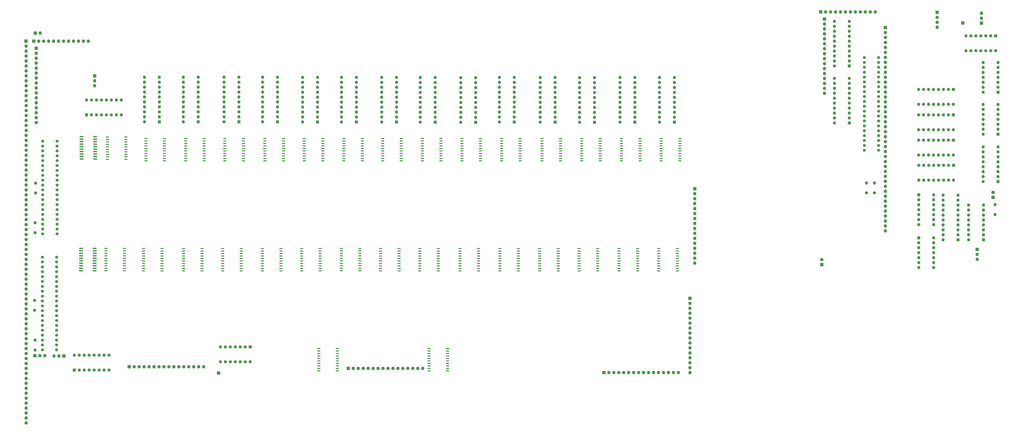
<source format=gbr>
%TF.GenerationSoftware,KiCad,Pcbnew,6.0.2-378541a8eb~116~ubuntu21.10.1*%
%TF.CreationDate,2022-02-16T21:59:06+01:00*%
%TF.ProjectId,register_file_kicad,72656769-7374-4657-925f-66696c655f6b,Rev v0.4*%
%TF.SameCoordinates,Original*%
%TF.FileFunction,Soldermask,Top*%
%TF.FilePolarity,Negative*%
%FSLAX46Y46*%
G04 Gerber Fmt 4.6, Leading zero omitted, Abs format (unit mm)*
G04 Created by KiCad (PCBNEW 6.0.2-378541a8eb~116~ubuntu21.10.1) date 2022-02-16 21:59:06*
%MOMM*%
%LPD*%
G01*
G04 APERTURE LIST*
G04 Aperture macros list*
%AMRoundRect*
0 Rectangle with rounded corners*
0 $1 Rounding radius*
0 $2 $3 $4 $5 $6 $7 $8 $9 X,Y pos of 4 corners*
0 Add a 4 corners polygon primitive as box body*
4,1,4,$2,$3,$4,$5,$6,$7,$8,$9,$2,$3,0*
0 Add four circle primitives for the rounded corners*
1,1,$1+$1,$2,$3*
1,1,$1+$1,$4,$5*
1,1,$1+$1,$6,$7*
1,1,$1+$1,$8,$9*
0 Add four rect primitives between the rounded corners*
20,1,$1+$1,$2,$3,$4,$5,0*
20,1,$1+$1,$4,$5,$6,$7,0*
20,1,$1+$1,$6,$7,$8,$9,0*
20,1,$1+$1,$8,$9,$2,$3,0*%
G04 Aperture macros list end*
%ADD10R,1.600000X1.600000*%
%ADD11O,1.600000X1.600000*%
%ADD12R,1.700000X1.700000*%
%ADD13O,1.700000X1.700000*%
%ADD14R,1.500000X0.600000*%
%ADD15C,1.524000*%
%ADD16C,1.600000*%
%ADD17RoundRect,0.150000X-0.837500X-0.150000X0.837500X-0.150000X0.837500X0.150000X-0.837500X0.150000X0*%
%ADD18R,1.800000X1.800000*%
%ADD19C,1.800000*%
G04 APERTURE END LIST*
D10*
%TO.C,U45*%
X241137600Y-82748200D03*
D11*
X241137600Y-80208200D03*
X241137600Y-77668200D03*
X241137600Y-75128200D03*
X241137600Y-72588200D03*
X241137600Y-70048200D03*
X241137600Y-67508200D03*
X241137600Y-64968200D03*
X241137600Y-62428200D03*
X241137600Y-59888200D03*
X233517600Y-59888200D03*
X233517600Y-62428200D03*
X233517600Y-64968200D03*
X233517600Y-67508200D03*
X233517600Y-70048200D03*
X233517600Y-72588200D03*
X233517600Y-75128200D03*
X233517600Y-77668200D03*
X233517600Y-80208200D03*
X233517600Y-82748200D03*
%TD*%
D12*
%TO.C,J8*%
X66900000Y-59028000D03*
D13*
X66900000Y-61568000D03*
X66900000Y-64108000D03*
%TD*%
D12*
%TO.C,J18*%
X36296000Y-202383000D03*
D13*
X38836000Y-202383000D03*
X41376000Y-202383000D03*
%TD*%
D14*
%TO.C,U44*%
X213143207Y-147541162D03*
X213143207Y-148811162D03*
X213143207Y-150081162D03*
X213143207Y-151351162D03*
X213143207Y-152621162D03*
X213143207Y-153891162D03*
X213143207Y-155161162D03*
X213143207Y-156431162D03*
X213143207Y-157701162D03*
X213143207Y-158971162D03*
X222643207Y-158971162D03*
X222643207Y-157701162D03*
X222643207Y-156431162D03*
X222643207Y-155161162D03*
X222643207Y-153891162D03*
X222643207Y-152621162D03*
X222643207Y-151351162D03*
X222643207Y-150081162D03*
X222643207Y-148811162D03*
X222643207Y-147541162D03*
%TD*%
D15*
%TO.C,U2*%
X47620000Y-140013000D03*
X47620000Y-137513000D03*
X47620000Y-135013000D03*
X47620000Y-132513000D03*
X47620000Y-130013000D03*
X47620000Y-127513000D03*
X47620000Y-125013000D03*
X47620000Y-122513000D03*
X47620000Y-120013000D03*
X47620000Y-117513000D03*
X47620000Y-115013000D03*
X47620000Y-112513000D03*
X47620000Y-110013000D03*
X47620000Y-107513000D03*
X47620000Y-105013000D03*
X47620000Y-102513000D03*
X47620000Y-100013000D03*
X47620000Y-97513000D03*
X47620000Y-95013000D03*
X47620000Y-92513000D03*
X40320000Y-140013000D03*
X40320000Y-137513000D03*
X40320000Y-135013000D03*
X40320000Y-132513000D03*
X40320000Y-130013000D03*
X40320000Y-127513000D03*
X40320000Y-125013000D03*
X40320000Y-122513000D03*
X40320000Y-120013000D03*
X40320000Y-117513000D03*
X40320000Y-115013000D03*
X40320000Y-112513000D03*
X40320000Y-110013000D03*
X40320000Y-107513000D03*
X40320000Y-105013000D03*
X40320000Y-102513000D03*
X40320000Y-100013000D03*
X40320000Y-97513000D03*
X40320000Y-95013000D03*
X40320000Y-92513000D03*
%TD*%
D12*
%TO.C,J5*%
X498001000Y-26527000D03*
D13*
X498001000Y-29067000D03*
X498001000Y-31607000D03*
X498001000Y-34147000D03*
%TD*%
D10*
%TO.C,U12*%
X453056000Y-83172000D03*
D11*
X453056000Y-80632000D03*
X453056000Y-78092000D03*
X453056000Y-75552000D03*
X453056000Y-73012000D03*
X453056000Y-70472000D03*
X453056000Y-67932000D03*
X453056000Y-65392000D03*
X453056000Y-62852000D03*
X453056000Y-60312000D03*
X445436000Y-60312000D03*
X445436000Y-62852000D03*
X445436000Y-65392000D03*
X445436000Y-67932000D03*
X445436000Y-70472000D03*
X445436000Y-73012000D03*
X445436000Y-75552000D03*
X445436000Y-78092000D03*
X445436000Y-80632000D03*
X445436000Y-83172000D03*
%TD*%
D10*
%TO.C,U36*%
X180926207Y-82719352D03*
D11*
X180926207Y-80179352D03*
X180926207Y-77639352D03*
X180926207Y-75099352D03*
X180926207Y-72559352D03*
X180926207Y-70019352D03*
X180926207Y-67479352D03*
X180926207Y-64939352D03*
X180926207Y-62399352D03*
X180926207Y-59859352D03*
X173306207Y-59859352D03*
X173306207Y-62399352D03*
X173306207Y-64939352D03*
X173306207Y-67479352D03*
X173306207Y-70019352D03*
X173306207Y-72559352D03*
X173306207Y-75099352D03*
X173306207Y-77639352D03*
X173306207Y-80179352D03*
X173306207Y-82719352D03*
%TD*%
D14*
%TO.C,U62*%
X335224717Y-147541162D03*
X335224717Y-148811162D03*
X335224717Y-150081162D03*
X335224717Y-151351162D03*
X335224717Y-152621162D03*
X335224717Y-153891162D03*
X335224717Y-155161162D03*
X335224717Y-156431162D03*
X335224717Y-157701162D03*
X335224717Y-158971162D03*
X344724717Y-158971162D03*
X344724717Y-157701162D03*
X344724717Y-156431162D03*
X344724717Y-155161162D03*
X344724717Y-153891162D03*
X344724717Y-152621162D03*
X344724717Y-151351162D03*
X344724717Y-150081162D03*
X344724717Y-148811162D03*
X344724717Y-147541162D03*
%TD*%
D12*
%TO.C,J7*%
X51166000Y-202590489D03*
D13*
X48626000Y-202590489D03*
X46086000Y-202590489D03*
%TD*%
D12*
%TO.C,J13*%
X37007400Y-44907200D03*
D13*
X37007400Y-47447200D03*
X37007400Y-49987200D03*
X37007400Y-52527200D03*
X37007400Y-55067200D03*
X37007400Y-57607200D03*
X37007400Y-60147200D03*
X37007400Y-62687200D03*
X37007400Y-65227200D03*
X37007400Y-67767200D03*
X37007400Y-70307200D03*
X37007400Y-72847200D03*
X37007400Y-75387200D03*
X37007400Y-77927200D03*
X37007400Y-80467200D03*
X37007400Y-83007200D03*
%TD*%
D14*
%TO.C,U59*%
X314777717Y-147541162D03*
X314777717Y-148811162D03*
X314777717Y-150081162D03*
X314777717Y-151351162D03*
X314777717Y-152621162D03*
X314777717Y-153891162D03*
X314777717Y-155161162D03*
X314777717Y-156431162D03*
X314777717Y-157701162D03*
X314777717Y-158971162D03*
X324277717Y-158971162D03*
X324277717Y-157701162D03*
X324277717Y-156431162D03*
X324277717Y-155161162D03*
X324277717Y-153891162D03*
X324277717Y-152621162D03*
X324277717Y-151351162D03*
X324277717Y-150081162D03*
X324277717Y-148811162D03*
X324277717Y-147541162D03*
%TD*%
D12*
%TO.C,J11*%
X196681207Y-208885162D03*
D13*
X199221207Y-208885162D03*
X201761207Y-208885162D03*
X204301207Y-208885162D03*
X206841207Y-208885162D03*
X209381207Y-208885162D03*
X211921207Y-208885162D03*
X214461207Y-208885162D03*
X217001207Y-208885162D03*
X219541207Y-208885162D03*
X222081207Y-208885162D03*
X224621207Y-208885162D03*
X227161207Y-208885162D03*
X229701207Y-208885162D03*
X232241207Y-208885162D03*
X234781207Y-208885162D03*
%TD*%
D10*
%TO.C,U7*%
X453026000Y-54007000D03*
D11*
X453026000Y-51467000D03*
X453026000Y-48927000D03*
X453026000Y-46387000D03*
X453026000Y-43847000D03*
X453026000Y-41307000D03*
X453026000Y-38767000D03*
X453026000Y-36227000D03*
X453026000Y-33687000D03*
X453026000Y-31147000D03*
X445406000Y-31147000D03*
X445406000Y-33687000D03*
X445406000Y-36227000D03*
X445406000Y-38767000D03*
X445406000Y-41307000D03*
X445406000Y-43847000D03*
X445406000Y-46387000D03*
X445406000Y-48927000D03*
X445406000Y-51467000D03*
X445406000Y-54007000D03*
%TD*%
D12*
%TO.C,J4*%
X471500000Y-34300000D03*
D13*
X471500000Y-36840000D03*
X471500000Y-39380000D03*
X471500000Y-41920000D03*
X471500000Y-44460000D03*
X471500000Y-47000000D03*
X471500000Y-49540000D03*
X471500000Y-52080000D03*
X471500000Y-54620000D03*
X471500000Y-57160000D03*
X471500000Y-59700000D03*
X471500000Y-62240000D03*
X471500000Y-64780000D03*
X471500000Y-67320000D03*
X471500000Y-69860000D03*
X471500000Y-72400000D03*
X471500000Y-74940000D03*
X471500000Y-77480000D03*
X471500000Y-80020000D03*
X471500000Y-82560000D03*
X471500000Y-85100000D03*
X471500000Y-87640000D03*
X471500000Y-90180000D03*
X471500000Y-92720000D03*
X471500000Y-95260000D03*
X471500000Y-97800000D03*
X471500000Y-100340000D03*
X471500000Y-102880000D03*
X471500000Y-105420000D03*
X471500000Y-107960000D03*
X471500000Y-110500000D03*
X471500000Y-113040000D03*
X471500000Y-115580000D03*
X471500000Y-118120000D03*
X471500000Y-120660000D03*
X471500000Y-123200000D03*
X471500000Y-125740000D03*
X471500000Y-128280000D03*
X471500000Y-130820000D03*
X471500000Y-133360000D03*
X471500000Y-135900000D03*
X471500000Y-138440000D03*
%TD*%
D12*
%TO.C,J9*%
X84543207Y-208088417D03*
D13*
X87083207Y-208088417D03*
X89623207Y-208088417D03*
X92163207Y-208088417D03*
X94703207Y-208088417D03*
X97243207Y-208088417D03*
X99783207Y-208088417D03*
X102323207Y-208088417D03*
X104863207Y-208088417D03*
X107403207Y-208088417D03*
X109943207Y-208088417D03*
X112483207Y-208088417D03*
X115023207Y-208088417D03*
X117563207Y-208088417D03*
X120103207Y-208088417D03*
X122643207Y-208088417D03*
%TD*%
D10*
%TO.C,U68*%
X529176000Y-67452000D03*
D11*
X529176000Y-64912000D03*
X529176000Y-62372000D03*
X529176000Y-59832000D03*
X529176000Y-57292000D03*
X529176000Y-54752000D03*
X529176000Y-52212000D03*
X521556000Y-52212000D03*
X521556000Y-54752000D03*
X521556000Y-57292000D03*
X521556000Y-59832000D03*
X521556000Y-62372000D03*
X521556000Y-64912000D03*
X521556000Y-67452000D03*
%TD*%
D12*
%TO.C,J16*%
X511098011Y-31982489D03*
%TD*%
D10*
%TO.C,U29*%
X146475000Y-197950000D03*
D11*
X143935000Y-197950000D03*
X141395000Y-197950000D03*
X138855000Y-197950000D03*
X136315000Y-197950000D03*
X133775000Y-197950000D03*
X131235000Y-197950000D03*
X131235000Y-205570000D03*
X133775000Y-205570000D03*
X136315000Y-205570000D03*
X138855000Y-205570000D03*
X141395000Y-205570000D03*
X143935000Y-205570000D03*
X146475000Y-205570000D03*
%TD*%
D10*
%TO.C,U16*%
X56505000Y-209749489D03*
D11*
X59045000Y-209749489D03*
X61585000Y-209749489D03*
X64125000Y-209749489D03*
X66665000Y-209749489D03*
X69205000Y-209749489D03*
X71745000Y-209749489D03*
X74285000Y-209749489D03*
X74285000Y-202129489D03*
X71745000Y-202129489D03*
X69205000Y-202129489D03*
X66665000Y-202129489D03*
X64125000Y-202129489D03*
X61585000Y-202129489D03*
X59045000Y-202129489D03*
X56505000Y-202129489D03*
%TD*%
D10*
%TO.C,U1*%
X528001000Y-38527000D03*
D11*
X525461000Y-38527000D03*
X522921000Y-38527000D03*
X520381000Y-38527000D03*
X517841000Y-38527000D03*
X515301000Y-38527000D03*
X512761000Y-38527000D03*
X512761000Y-46147000D03*
X515301000Y-46147000D03*
X517841000Y-46147000D03*
X520381000Y-46147000D03*
X522921000Y-46147000D03*
X525461000Y-46147000D03*
X528001000Y-46147000D03*
%TD*%
D10*
%TO.C,U48*%
X261867207Y-82851352D03*
D11*
X261867207Y-80311352D03*
X261867207Y-77771352D03*
X261867207Y-75231352D03*
X261867207Y-72691352D03*
X261867207Y-70151352D03*
X261867207Y-67611352D03*
X261867207Y-65071352D03*
X261867207Y-62531352D03*
X261867207Y-59991352D03*
X254247207Y-59991352D03*
X254247207Y-62531352D03*
X254247207Y-65071352D03*
X254247207Y-67611352D03*
X254247207Y-70151352D03*
X254247207Y-72691352D03*
X254247207Y-75231352D03*
X254247207Y-77771352D03*
X254247207Y-80311352D03*
X254247207Y-82851352D03*
%TD*%
D10*
%TO.C,U39*%
X200802400Y-82697400D03*
D11*
X200802400Y-80157400D03*
X200802400Y-77617400D03*
X200802400Y-75077400D03*
X200802400Y-72537400D03*
X200802400Y-69997400D03*
X200802400Y-67457400D03*
X200802400Y-64917400D03*
X200802400Y-62377400D03*
X200802400Y-59837400D03*
X193182400Y-59837400D03*
X193182400Y-62377400D03*
X193182400Y-64917400D03*
X193182400Y-67457400D03*
X193182400Y-69997400D03*
X193182400Y-72537400D03*
X193182400Y-75077400D03*
X193182400Y-77617400D03*
X193182400Y-80157400D03*
X193182400Y-82697400D03*
%TD*%
D14*
%TO.C,U37*%
X174154207Y-91106352D03*
X174154207Y-92376352D03*
X174154207Y-93646352D03*
X174154207Y-94916352D03*
X174154207Y-96186352D03*
X174154207Y-97456352D03*
X174154207Y-98726352D03*
X174154207Y-99996352D03*
X174154207Y-101266352D03*
X174154207Y-102536352D03*
X183654207Y-102536352D03*
X183654207Y-101266352D03*
X183654207Y-99996352D03*
X183654207Y-98726352D03*
X183654207Y-97456352D03*
X183654207Y-96186352D03*
X183654207Y-94916352D03*
X183654207Y-93646352D03*
X183654207Y-92376352D03*
X183654207Y-91106352D03*
%TD*%
%TO.C,U63*%
X191096207Y-210149162D03*
X191096207Y-208879162D03*
X191096207Y-207609162D03*
X191096207Y-206339162D03*
X191096207Y-205069162D03*
X191096207Y-203799162D03*
X191096207Y-202529162D03*
X191096207Y-201259162D03*
X191096207Y-199989162D03*
X191096207Y-198719162D03*
X181596207Y-198719162D03*
X181596207Y-199989162D03*
X181596207Y-201259162D03*
X181596207Y-202529162D03*
X181596207Y-203799162D03*
X181596207Y-205069162D03*
X181596207Y-206339162D03*
X181596207Y-207609162D03*
X181596207Y-208879162D03*
X181596207Y-210149162D03*
%TD*%
D16*
%TO.C,R6*%
X465876000Y-118967000D03*
D11*
X465876000Y-113887000D03*
%TD*%
D14*
%TO.C,U26*%
X112305207Y-147541162D03*
X112305207Y-148811162D03*
X112305207Y-150081162D03*
X112305207Y-151351162D03*
X112305207Y-152621162D03*
X112305207Y-153891162D03*
X112305207Y-155161162D03*
X112305207Y-156431162D03*
X112305207Y-157701162D03*
X112305207Y-158971162D03*
X121805207Y-158971162D03*
X121805207Y-157701162D03*
X121805207Y-156431162D03*
X121805207Y-155161162D03*
X121805207Y-153891162D03*
X121805207Y-152621162D03*
X121805207Y-151351162D03*
X121805207Y-150081162D03*
X121805207Y-148811162D03*
X121805207Y-147541162D03*
%TD*%
%TO.C,U53*%
X274230207Y-147541162D03*
X274230207Y-148811162D03*
X274230207Y-150081162D03*
X274230207Y-151351162D03*
X274230207Y-152621162D03*
X274230207Y-153891162D03*
X274230207Y-155161162D03*
X274230207Y-156431162D03*
X274230207Y-157701162D03*
X274230207Y-158971162D03*
X283730207Y-158971162D03*
X283730207Y-157701162D03*
X283730207Y-156431162D03*
X283730207Y-155161162D03*
X283730207Y-153891162D03*
X283730207Y-152621162D03*
X283730207Y-151351162D03*
X283730207Y-150081162D03*
X283730207Y-148811162D03*
X283730207Y-147541162D03*
%TD*%
%TO.C,U21*%
X91858207Y-147541162D03*
X91858207Y-148811162D03*
X91858207Y-150081162D03*
X91858207Y-151351162D03*
X91858207Y-152621162D03*
X91858207Y-153891162D03*
X91858207Y-155161162D03*
X91858207Y-156431162D03*
X91858207Y-157701162D03*
X91858207Y-158971162D03*
X101358207Y-158971162D03*
X101358207Y-157701162D03*
X101358207Y-156431162D03*
X101358207Y-155161162D03*
X101358207Y-153891162D03*
X101358207Y-152621162D03*
X101358207Y-151351162D03*
X101358207Y-150081162D03*
X101358207Y-148811162D03*
X101358207Y-147541162D03*
%TD*%
D10*
%TO.C,U22*%
X119878000Y-82595800D03*
D11*
X119878000Y-80055800D03*
X119878000Y-77515800D03*
X119878000Y-74975800D03*
X119878000Y-72435800D03*
X119878000Y-69895800D03*
X119878000Y-67355800D03*
X119878000Y-64815800D03*
X119878000Y-62275800D03*
X119878000Y-59735800D03*
X112258000Y-59735800D03*
X112258000Y-62275800D03*
X112258000Y-64815800D03*
X112258000Y-67355800D03*
X112258000Y-69895800D03*
X112258000Y-72435800D03*
X112258000Y-74975800D03*
X112258000Y-77515800D03*
X112258000Y-80055800D03*
X112258000Y-82595800D03*
%TD*%
D12*
%TO.C,J2*%
X371502717Y-173010162D03*
D13*
X371502717Y-175550162D03*
X371502717Y-178090162D03*
X371502717Y-180630162D03*
X371502717Y-183170162D03*
X371502717Y-185710162D03*
X371502717Y-188250162D03*
X371502717Y-190790162D03*
X371502717Y-193330162D03*
X371502717Y-195870162D03*
X371502717Y-198410162D03*
X371502717Y-200950162D03*
X371502717Y-203490162D03*
X371502717Y-206030162D03*
X371502717Y-208570162D03*
X371502717Y-211110162D03*
%TD*%
D12*
%TO.C,J17*%
X130321000Y-211283000D03*
%TD*%
D10*
%TO.C,U17*%
X62766000Y-79069000D03*
D11*
X65306000Y-79069000D03*
X67846000Y-79069000D03*
X70386000Y-79069000D03*
X72926000Y-79069000D03*
X75466000Y-79069000D03*
X78006000Y-79069000D03*
X80546000Y-79069000D03*
X80546000Y-71449000D03*
X78006000Y-71449000D03*
X75466000Y-71449000D03*
X72926000Y-71449000D03*
X70386000Y-71449000D03*
X67846000Y-71449000D03*
X65306000Y-71449000D03*
X62766000Y-71449000D03*
%TD*%
D15*
%TO.C,U3*%
X47399000Y-199399000D03*
X47399000Y-196899000D03*
X47399000Y-194399000D03*
X47399000Y-191899000D03*
X47399000Y-189399000D03*
X47399000Y-186899000D03*
X47399000Y-184399000D03*
X47399000Y-181899000D03*
X47399000Y-179399000D03*
X47399000Y-176899000D03*
X47399000Y-174399000D03*
X47399000Y-171899000D03*
X47399000Y-169399000D03*
X47399000Y-166899000D03*
X47399000Y-164399000D03*
X47399000Y-161899000D03*
X47399000Y-159399000D03*
X47399000Y-156899000D03*
X47399000Y-154399000D03*
X47399000Y-151899000D03*
X40099000Y-199399000D03*
X40099000Y-196899000D03*
X40099000Y-194399000D03*
X40099000Y-191899000D03*
X40099000Y-189399000D03*
X40099000Y-186899000D03*
X40099000Y-184399000D03*
X40099000Y-181899000D03*
X40099000Y-179399000D03*
X40099000Y-176899000D03*
X40099000Y-174399000D03*
X40099000Y-171899000D03*
X40099000Y-169399000D03*
X40099000Y-166899000D03*
X40099000Y-164399000D03*
X40099000Y-161899000D03*
X40099000Y-159399000D03*
X40099000Y-156899000D03*
X40099000Y-154399000D03*
X40099000Y-151899000D03*
%TD*%
D12*
%TO.C,J20*%
X36450000Y-37135000D03*
D13*
X38990000Y-37135000D03*
%TD*%
D12*
%TO.C,J21*%
X439015000Y-155750000D03*
D13*
X439015000Y-153210000D03*
%TD*%
D14*
%TO.C,U47*%
X233209207Y-147541162D03*
X233209207Y-148811162D03*
X233209207Y-150081162D03*
X233209207Y-151351162D03*
X233209207Y-152621162D03*
X233209207Y-153891162D03*
X233209207Y-155161162D03*
X233209207Y-156431162D03*
X233209207Y-157701162D03*
X233209207Y-158971162D03*
X242709207Y-158971162D03*
X242709207Y-157701162D03*
X242709207Y-156431162D03*
X242709207Y-155161162D03*
X242709207Y-153891162D03*
X242709207Y-152621162D03*
X242709207Y-151351162D03*
X242709207Y-150081162D03*
X242709207Y-148811162D03*
X242709207Y-147541162D03*
%TD*%
%TO.C,U56*%
X294584717Y-147541162D03*
X294584717Y-148811162D03*
X294584717Y-150081162D03*
X294584717Y-151351162D03*
X294584717Y-152621162D03*
X294584717Y-153891162D03*
X294584717Y-155161162D03*
X294584717Y-156431162D03*
X294584717Y-157701162D03*
X294584717Y-158971162D03*
X304084717Y-158971162D03*
X304084717Y-157701162D03*
X304084717Y-156431162D03*
X304084717Y-155161162D03*
X304084717Y-153891162D03*
X304084717Y-152621162D03*
X304084717Y-151351162D03*
X304084717Y-150081162D03*
X304084717Y-148811162D03*
X304084717Y-147541162D03*
%TD*%
D12*
%TO.C,J12*%
X327500717Y-211036300D03*
D13*
X330040717Y-211036300D03*
X332580717Y-211036300D03*
X335120717Y-211036300D03*
X337660717Y-211036300D03*
X340200717Y-211036300D03*
X342740717Y-211036300D03*
X345280717Y-211036300D03*
X347820717Y-211036300D03*
X350360717Y-211036300D03*
X352900717Y-211036300D03*
X355440717Y-211036300D03*
X357980717Y-211036300D03*
X360520717Y-211036300D03*
X363060717Y-211036300D03*
X365600717Y-211036300D03*
%TD*%
D14*
%TO.C,U50*%
X253783207Y-147541162D03*
X253783207Y-148811162D03*
X253783207Y-150081162D03*
X253783207Y-151351162D03*
X253783207Y-152621162D03*
X253783207Y-153891162D03*
X253783207Y-155161162D03*
X253783207Y-156431162D03*
X253783207Y-157701162D03*
X253783207Y-158971162D03*
X263283207Y-158971162D03*
X263283207Y-157701162D03*
X263283207Y-156431162D03*
X263283207Y-155161162D03*
X263283207Y-153891162D03*
X263283207Y-152621162D03*
X263283207Y-151351162D03*
X263283207Y-150081162D03*
X263283207Y-148811162D03*
X263283207Y-147541162D03*
%TD*%
D12*
%TO.C,J15*%
X35700000Y-41317000D03*
D13*
X38240000Y-41300000D03*
X40780000Y-41300000D03*
X43320000Y-41300000D03*
X45860000Y-41300000D03*
X48400000Y-41300000D03*
X50940000Y-41300000D03*
X53480000Y-41300000D03*
X56020000Y-41300000D03*
X58560000Y-41300000D03*
X61100000Y-41300000D03*
X63640000Y-41300000D03*
%TD*%
D14*
%TO.C,U38*%
X172757207Y-147541162D03*
X172757207Y-148811162D03*
X172757207Y-150081162D03*
X172757207Y-151351162D03*
X172757207Y-152621162D03*
X172757207Y-153891162D03*
X172757207Y-155161162D03*
X172757207Y-156431162D03*
X172757207Y-157701162D03*
X172757207Y-158971162D03*
X182257207Y-158971162D03*
X182257207Y-157701162D03*
X182257207Y-156431162D03*
X182257207Y-155161162D03*
X182257207Y-153891162D03*
X182257207Y-152621162D03*
X182257207Y-151351162D03*
X182257207Y-150081162D03*
X182257207Y-148811162D03*
X182257207Y-147541162D03*
%TD*%
D10*
%TO.C,U18*%
X99964400Y-82595800D03*
D11*
X99964400Y-80055800D03*
X99964400Y-77515800D03*
X99964400Y-74975800D03*
X99964400Y-72435800D03*
X99964400Y-69895800D03*
X99964400Y-67355800D03*
X99964400Y-64815800D03*
X99964400Y-62275800D03*
X99964400Y-59735800D03*
X92344400Y-59735800D03*
X92344400Y-62275800D03*
X92344400Y-64815800D03*
X92344400Y-67355800D03*
X92344400Y-69895800D03*
X92344400Y-72435800D03*
X92344400Y-74975800D03*
X92344400Y-77515800D03*
X92344400Y-80055800D03*
X92344400Y-82595800D03*
%TD*%
D10*
%TO.C,U19*%
X506276000Y-92027000D03*
D11*
X503736000Y-92027000D03*
X501196000Y-92027000D03*
X498656000Y-92027000D03*
X496116000Y-92027000D03*
X493576000Y-92027000D03*
X491036000Y-92027000D03*
X488496000Y-92027000D03*
X488496000Y-99647000D03*
X491036000Y-99647000D03*
X493576000Y-99647000D03*
X496116000Y-99647000D03*
X498656000Y-99647000D03*
X501196000Y-99647000D03*
X503736000Y-99647000D03*
X506276000Y-99647000D03*
%TD*%
D14*
%TO.C,U66*%
X355544717Y-147541162D03*
X355544717Y-148811162D03*
X355544717Y-150081162D03*
X355544717Y-151351162D03*
X355544717Y-152621162D03*
X355544717Y-153891162D03*
X355544717Y-155161162D03*
X355544717Y-156431162D03*
X355544717Y-157701162D03*
X355544717Y-158971162D03*
X365044717Y-158971162D03*
X365044717Y-157701162D03*
X365044717Y-156431162D03*
X365044717Y-155161162D03*
X365044717Y-153891162D03*
X365044717Y-152621162D03*
X365044717Y-151351162D03*
X365044717Y-150081162D03*
X365044717Y-148811162D03*
X365044717Y-147541162D03*
%TD*%
D10*
%TO.C,U23*%
X506376000Y-104827000D03*
D11*
X503836000Y-104827000D03*
X501296000Y-104827000D03*
X498756000Y-104827000D03*
X496216000Y-104827000D03*
X493676000Y-104827000D03*
X491136000Y-104827000D03*
X488596000Y-104827000D03*
X488596000Y-112447000D03*
X491136000Y-112447000D03*
X493676000Y-112447000D03*
X496216000Y-112447000D03*
X498756000Y-112447000D03*
X501296000Y-112447000D03*
X503836000Y-112447000D03*
X506376000Y-112447000D03*
%TD*%
D14*
%TO.C,U25*%
X113448207Y-91106352D03*
X113448207Y-92376352D03*
X113448207Y-93646352D03*
X113448207Y-94916352D03*
X113448207Y-96186352D03*
X113448207Y-97456352D03*
X113448207Y-98726352D03*
X113448207Y-99996352D03*
X113448207Y-101266352D03*
X113448207Y-102536352D03*
X122948207Y-102536352D03*
X122948207Y-101266352D03*
X122948207Y-99996352D03*
X122948207Y-98726352D03*
X122948207Y-97456352D03*
X122948207Y-96186352D03*
X122948207Y-94916352D03*
X122948207Y-93646352D03*
X122948207Y-92376352D03*
X122948207Y-91106352D03*
%TD*%
D12*
%TO.C,J1*%
X374002717Y-116869352D03*
D13*
X374002717Y-119409352D03*
X374002717Y-121949352D03*
X374002717Y-124489352D03*
X374002717Y-127029352D03*
X374002717Y-129569352D03*
X374002717Y-132109352D03*
X374002717Y-134649352D03*
X374002717Y-137189352D03*
X374002717Y-139729352D03*
X374002717Y-142269352D03*
X374002717Y-144809352D03*
X374002717Y-147349352D03*
X374002717Y-149889352D03*
X374002717Y-152429352D03*
X374002717Y-154969352D03*
%TD*%
D10*
%TO.C,U42*%
X221439207Y-82719352D03*
D11*
X221439207Y-80179352D03*
X221439207Y-77639352D03*
X221439207Y-75099352D03*
X221439207Y-72559352D03*
X221439207Y-70019352D03*
X221439207Y-67479352D03*
X221439207Y-64939352D03*
X221439207Y-62399352D03*
X221439207Y-59859352D03*
X213819207Y-59859352D03*
X213819207Y-62399352D03*
X213819207Y-64939352D03*
X213819207Y-67479352D03*
X213819207Y-70019352D03*
X213819207Y-72559352D03*
X213819207Y-75099352D03*
X213819207Y-77639352D03*
X213819207Y-80179352D03*
X213819207Y-82719352D03*
%TD*%
D16*
%TO.C,R5*%
X461876000Y-118967000D03*
D11*
X461876000Y-113887000D03*
%TD*%
D14*
%TO.C,U20*%
X93128207Y-91106352D03*
X93128207Y-92376352D03*
X93128207Y-93646352D03*
X93128207Y-94916352D03*
X93128207Y-96186352D03*
X93128207Y-97456352D03*
X93128207Y-98726352D03*
X93128207Y-99996352D03*
X93128207Y-101266352D03*
X93128207Y-102536352D03*
X102628207Y-102536352D03*
X102628207Y-101266352D03*
X102628207Y-99996352D03*
X102628207Y-98726352D03*
X102628207Y-97456352D03*
X102628207Y-96186352D03*
X102628207Y-94916352D03*
X102628207Y-93646352D03*
X102628207Y-92376352D03*
X102628207Y-91106352D03*
%TD*%
D17*
%TO.C,U10*%
X59938500Y-147441810D03*
X59938500Y-148711810D03*
X59938500Y-149981810D03*
X59938500Y-151251810D03*
X59938500Y-152521810D03*
X59938500Y-153791810D03*
X59938500Y-155061810D03*
X59938500Y-156331810D03*
X59938500Y-157601810D03*
X59938500Y-158871810D03*
X66863500Y-158871810D03*
X66863500Y-157601810D03*
X66863500Y-156331810D03*
X66863500Y-155061810D03*
X66863500Y-153791810D03*
X66863500Y-152521810D03*
X66863500Y-151251810D03*
X66863500Y-149981810D03*
X66863500Y-148711810D03*
X66863500Y-147441810D03*
%TD*%
D14*
%TO.C,U34*%
X153961207Y-91106352D03*
X153961207Y-92376352D03*
X153961207Y-93646352D03*
X153961207Y-94916352D03*
X153961207Y-96186352D03*
X153961207Y-97456352D03*
X153961207Y-98726352D03*
X153961207Y-99996352D03*
X153961207Y-101266352D03*
X153961207Y-102536352D03*
X163461207Y-102536352D03*
X163461207Y-101266352D03*
X163461207Y-99996352D03*
X163461207Y-98726352D03*
X163461207Y-97456352D03*
X163461207Y-96186352D03*
X163461207Y-94916352D03*
X163461207Y-93646352D03*
X163461207Y-92376352D03*
X163461207Y-91106352D03*
%TD*%
D16*
%TO.C,R7*%
X527598011Y-130122489D03*
D11*
X527598011Y-125042489D03*
%TD*%
D14*
%TO.C,U58*%
X316101970Y-91106352D03*
X316101970Y-92376352D03*
X316101970Y-93646352D03*
X316101970Y-94916352D03*
X316101970Y-96186352D03*
X316101970Y-97456352D03*
X316101970Y-98726352D03*
X316101970Y-99996352D03*
X316101970Y-101266352D03*
X316101970Y-102536352D03*
X325601970Y-102536352D03*
X325601970Y-101266352D03*
X325601970Y-99996352D03*
X325601970Y-98726352D03*
X325601970Y-97456352D03*
X325601970Y-96186352D03*
X325601970Y-94916352D03*
X325601970Y-93646352D03*
X325601970Y-92376352D03*
X325601970Y-91106352D03*
%TD*%
D16*
%TO.C,R1*%
X36412244Y-134363244D03*
D11*
X36412244Y-139443244D03*
%TD*%
D14*
%TO.C,U15*%
X72621000Y-147441810D03*
X72621000Y-148711810D03*
X72621000Y-149981810D03*
X72621000Y-151251810D03*
X72621000Y-152521810D03*
X72621000Y-153791810D03*
X72621000Y-155061810D03*
X72621000Y-156331810D03*
X72621000Y-157601810D03*
X72621000Y-158871810D03*
X82121000Y-158871810D03*
X82121000Y-157601810D03*
X82121000Y-156331810D03*
X82121000Y-155061810D03*
X82121000Y-153791810D03*
X82121000Y-152521810D03*
X82121000Y-151251810D03*
X82121000Y-149981810D03*
X82121000Y-148711810D03*
X82121000Y-147441810D03*
%TD*%
%TO.C,U52*%
X275119207Y-91106352D03*
X275119207Y-92376352D03*
X275119207Y-93646352D03*
X275119207Y-94916352D03*
X275119207Y-96186352D03*
X275119207Y-97456352D03*
X275119207Y-98726352D03*
X275119207Y-99996352D03*
X275119207Y-101266352D03*
X275119207Y-102536352D03*
X284619207Y-102536352D03*
X284619207Y-101266352D03*
X284619207Y-99996352D03*
X284619207Y-98726352D03*
X284619207Y-97456352D03*
X284619207Y-96186352D03*
X284619207Y-94916352D03*
X284619207Y-93646352D03*
X284619207Y-92376352D03*
X284619207Y-91106352D03*
%TD*%
D17*
%TO.C,U9*%
X60192500Y-90245000D03*
X60192500Y-91515000D03*
X60192500Y-92785000D03*
X60192500Y-94055000D03*
X60192500Y-95325000D03*
X60192500Y-96595000D03*
X60192500Y-97865000D03*
X60192500Y-99135000D03*
X60192500Y-100405000D03*
X60192500Y-101675000D03*
X67117500Y-101675000D03*
X67117500Y-100405000D03*
X67117500Y-99135000D03*
X67117500Y-97865000D03*
X67117500Y-96595000D03*
X67117500Y-95325000D03*
X67117500Y-94055000D03*
X67117500Y-92785000D03*
X67117500Y-91515000D03*
X67117500Y-90245000D03*
%TD*%
D10*
%TO.C,U33*%
X160467200Y-82592352D03*
D11*
X160467200Y-80052352D03*
X160467200Y-77512352D03*
X160467200Y-74972352D03*
X160467200Y-72432352D03*
X160467200Y-69892352D03*
X160467200Y-67352352D03*
X160467200Y-64812352D03*
X160467200Y-62272352D03*
X160467200Y-59732352D03*
X152847200Y-59732352D03*
X152847200Y-62272352D03*
X152847200Y-64812352D03*
X152847200Y-67352352D03*
X152847200Y-69892352D03*
X152847200Y-72432352D03*
X152847200Y-74972352D03*
X152847200Y-77512352D03*
X152847200Y-80052352D03*
X152847200Y-82592352D03*
%TD*%
D14*
%TO.C,U49*%
X254799207Y-91106352D03*
X254799207Y-92376352D03*
X254799207Y-93646352D03*
X254799207Y-94916352D03*
X254799207Y-96186352D03*
X254799207Y-97456352D03*
X254799207Y-98726352D03*
X254799207Y-99996352D03*
X254799207Y-101266352D03*
X254799207Y-102536352D03*
X264299207Y-102536352D03*
X264299207Y-101266352D03*
X264299207Y-99996352D03*
X264299207Y-98726352D03*
X264299207Y-97456352D03*
X264299207Y-96186352D03*
X264299207Y-94916352D03*
X264299207Y-93646352D03*
X264299207Y-92376352D03*
X264299207Y-91106352D03*
%TD*%
D10*
%TO.C,U27*%
X529176000Y-88952000D03*
D11*
X529176000Y-86412000D03*
X529176000Y-83872000D03*
X529176000Y-81332000D03*
X529176000Y-78792000D03*
X529176000Y-76252000D03*
X529176000Y-73712000D03*
X521556000Y-73712000D03*
X521556000Y-76252000D03*
X521556000Y-78792000D03*
X521556000Y-81332000D03*
X521556000Y-83872000D03*
X521556000Y-86412000D03*
X521556000Y-88952000D03*
%TD*%
D14*
%TO.C,U65*%
X356814717Y-91106352D03*
X356814717Y-92376352D03*
X356814717Y-93646352D03*
X356814717Y-94916352D03*
X356814717Y-96186352D03*
X356814717Y-97456352D03*
X356814717Y-98726352D03*
X356814717Y-99996352D03*
X356814717Y-101266352D03*
X356814717Y-102536352D03*
X366314717Y-102536352D03*
X366314717Y-101266352D03*
X366314717Y-99996352D03*
X366314717Y-98726352D03*
X366314717Y-97456352D03*
X366314717Y-96186352D03*
X366314717Y-94916352D03*
X366314717Y-93646352D03*
X366314717Y-92376352D03*
X366314717Y-91106352D03*
%TD*%
D10*
%TO.C,U60*%
X343302717Y-82784352D03*
D11*
X343302717Y-80244352D03*
X343302717Y-77704352D03*
X343302717Y-75164352D03*
X343302717Y-72624352D03*
X343302717Y-70084352D03*
X343302717Y-67544352D03*
X343302717Y-65004352D03*
X343302717Y-62464352D03*
X343302717Y-59924352D03*
X335682717Y-59924352D03*
X335682717Y-62464352D03*
X335682717Y-65004352D03*
X335682717Y-67544352D03*
X335682717Y-70084352D03*
X335682717Y-72624352D03*
X335682717Y-75164352D03*
X335682717Y-77704352D03*
X335682717Y-80244352D03*
X335682717Y-82784352D03*
%TD*%
D10*
%TO.C,U57*%
X322692717Y-82846352D03*
D11*
X322692717Y-80306352D03*
X322692717Y-77766352D03*
X322692717Y-75226352D03*
X322692717Y-72686352D03*
X322692717Y-70146352D03*
X322692717Y-67606352D03*
X322692717Y-65066352D03*
X322692717Y-62526352D03*
X322692717Y-59986352D03*
X315072717Y-59986352D03*
X315072717Y-62526352D03*
X315072717Y-65066352D03*
X315072717Y-67606352D03*
X315072717Y-70146352D03*
X315072717Y-72686352D03*
X315072717Y-75226352D03*
X315072717Y-77766352D03*
X315072717Y-80306352D03*
X315072717Y-82846352D03*
%TD*%
D12*
%TO.C,J6*%
X31779000Y-41317000D03*
D13*
X31800000Y-43840000D03*
X31800000Y-46380000D03*
X31800000Y-48920000D03*
X31800000Y-51460000D03*
X31800000Y-54000000D03*
X31800000Y-56540000D03*
X31800000Y-59080000D03*
X31800000Y-61620000D03*
X31800000Y-64160000D03*
X31800000Y-66700000D03*
X31800000Y-69240000D03*
X31800000Y-71780000D03*
X31800000Y-74320000D03*
X31800000Y-76860000D03*
X31800000Y-79400000D03*
X31800000Y-81940000D03*
X31800000Y-84480000D03*
X31800000Y-87020000D03*
X31800000Y-89560000D03*
X31800000Y-92100000D03*
X31800000Y-94640000D03*
X31800000Y-97180000D03*
X31800000Y-99720000D03*
X31800000Y-102260000D03*
X31800000Y-104800000D03*
X31800000Y-107340000D03*
X31800000Y-109880000D03*
X31800000Y-112420000D03*
X31800000Y-114960000D03*
X31800000Y-117500000D03*
X31800000Y-120040000D03*
X31800000Y-122580000D03*
X31800000Y-125120000D03*
X31800000Y-127660000D03*
X31800000Y-130200000D03*
X31800000Y-132740000D03*
X31800000Y-135280000D03*
X31800000Y-137820000D03*
X31800000Y-140360000D03*
X31800000Y-142900000D03*
X31800000Y-145440000D03*
X31800000Y-147980000D03*
X31800000Y-150520000D03*
X31800000Y-153060000D03*
X31800000Y-155600000D03*
X31800000Y-158140000D03*
X31800000Y-160680000D03*
X31800000Y-163220000D03*
X31800000Y-165760000D03*
X31800000Y-168300000D03*
X31800000Y-170840000D03*
X31800000Y-173380000D03*
X31800000Y-175920000D03*
X31800000Y-178460000D03*
X31800000Y-181000000D03*
X31800000Y-183540000D03*
X31800000Y-186080000D03*
X31800000Y-188620000D03*
X31800000Y-191160000D03*
X31800000Y-193700000D03*
X31800000Y-196240000D03*
X31800000Y-198780000D03*
X31800000Y-201320000D03*
X31800000Y-203860000D03*
X31800000Y-206400000D03*
X31800000Y-208940000D03*
X31800000Y-211480000D03*
X31800000Y-214020000D03*
X31800000Y-216560000D03*
X31800000Y-219100000D03*
X31800000Y-221640000D03*
X31800000Y-224180000D03*
X31800000Y-226720000D03*
X31800000Y-229260000D03*
X31800000Y-231800000D03*
X31800000Y-234340000D03*
X31800000Y-236880000D03*
%TD*%
D14*
%TO.C,U31*%
X133514207Y-91106352D03*
X133514207Y-92376352D03*
X133514207Y-93646352D03*
X133514207Y-94916352D03*
X133514207Y-96186352D03*
X133514207Y-97456352D03*
X133514207Y-98726352D03*
X133514207Y-99996352D03*
X133514207Y-101266352D03*
X133514207Y-102536352D03*
X143014207Y-102536352D03*
X143014207Y-101266352D03*
X143014207Y-99996352D03*
X143014207Y-98726352D03*
X143014207Y-97456352D03*
X143014207Y-96186352D03*
X143014207Y-94916352D03*
X143014207Y-93646352D03*
X143014207Y-92376352D03*
X143014207Y-91106352D03*
%TD*%
%TO.C,U35*%
X152691207Y-147541162D03*
X152691207Y-148811162D03*
X152691207Y-150081162D03*
X152691207Y-151351162D03*
X152691207Y-152621162D03*
X152691207Y-153891162D03*
X152691207Y-155161162D03*
X152691207Y-156431162D03*
X152691207Y-157701162D03*
X152691207Y-158971162D03*
X162191207Y-158971162D03*
X162191207Y-157701162D03*
X162191207Y-156431162D03*
X162191207Y-155161162D03*
X162191207Y-153891162D03*
X162191207Y-152621162D03*
X162191207Y-151351162D03*
X162191207Y-150081162D03*
X162191207Y-148811162D03*
X162191207Y-147541162D03*
%TD*%
%TO.C,U55*%
X295781970Y-91106352D03*
X295781970Y-92376352D03*
X295781970Y-93646352D03*
X295781970Y-94916352D03*
X295781970Y-96186352D03*
X295781970Y-97456352D03*
X295781970Y-98726352D03*
X295781970Y-99996352D03*
X295781970Y-101266352D03*
X295781970Y-102536352D03*
X305281970Y-102536352D03*
X305281970Y-101266352D03*
X305281970Y-99996352D03*
X305281970Y-98726352D03*
X305281970Y-97456352D03*
X305281970Y-96186352D03*
X305281970Y-94916352D03*
X305281970Y-93646352D03*
X305281970Y-92376352D03*
X305281970Y-91106352D03*
%TD*%
D16*
%TO.C,R2*%
X36409000Y-194421084D03*
D11*
X36409000Y-199501084D03*
%TD*%
D14*
%TO.C,U14*%
X73383000Y-90372000D03*
X73383000Y-91642000D03*
X73383000Y-92912000D03*
X73383000Y-94182000D03*
X73383000Y-95452000D03*
X73383000Y-96722000D03*
X73383000Y-97992000D03*
X73383000Y-99262000D03*
X73383000Y-100532000D03*
X73383000Y-101802000D03*
X82883000Y-101802000D03*
X82883000Y-100532000D03*
X82883000Y-99262000D03*
X82883000Y-97992000D03*
X82883000Y-96722000D03*
X82883000Y-95452000D03*
X82883000Y-94182000D03*
X82883000Y-92912000D03*
X82883000Y-91642000D03*
X82883000Y-90372000D03*
%TD*%
D10*
%TO.C,U28*%
X140706000Y-82592352D03*
D11*
X140706000Y-80052352D03*
X140706000Y-77512352D03*
X140706000Y-74972352D03*
X140706000Y-72432352D03*
X140706000Y-69892352D03*
X140706000Y-67352352D03*
X140706000Y-64812352D03*
X140706000Y-62272352D03*
X140706000Y-59732352D03*
X133086000Y-59732352D03*
X133086000Y-62272352D03*
X133086000Y-64812352D03*
X133086000Y-67352352D03*
X133086000Y-69892352D03*
X133086000Y-72432352D03*
X133086000Y-74972352D03*
X133086000Y-77512352D03*
X133086000Y-80052352D03*
X133086000Y-82592352D03*
%TD*%
D14*
%TO.C,U40*%
X194347207Y-91106352D03*
X194347207Y-92376352D03*
X194347207Y-93646352D03*
X194347207Y-94916352D03*
X194347207Y-96186352D03*
X194347207Y-97456352D03*
X194347207Y-98726352D03*
X194347207Y-99996352D03*
X194347207Y-101266352D03*
X194347207Y-102536352D03*
X203847207Y-102536352D03*
X203847207Y-101266352D03*
X203847207Y-99996352D03*
X203847207Y-98726352D03*
X203847207Y-97456352D03*
X203847207Y-96186352D03*
X203847207Y-94916352D03*
X203847207Y-93646352D03*
X203847207Y-92376352D03*
X203847207Y-91106352D03*
%TD*%
%TO.C,U46*%
X234606207Y-91106352D03*
X234606207Y-92376352D03*
X234606207Y-93646352D03*
X234606207Y-94916352D03*
X234606207Y-96186352D03*
X234606207Y-97456352D03*
X234606207Y-98726352D03*
X234606207Y-99996352D03*
X234606207Y-101266352D03*
X234606207Y-102536352D03*
X244106207Y-102536352D03*
X244106207Y-101266352D03*
X244106207Y-99996352D03*
X244106207Y-98726352D03*
X244106207Y-97456352D03*
X244106207Y-96186352D03*
X244106207Y-94916352D03*
X244106207Y-93646352D03*
X244106207Y-92376352D03*
X244106207Y-91106352D03*
%TD*%
%TO.C,U61*%
X336494717Y-91106352D03*
X336494717Y-92376352D03*
X336494717Y-93646352D03*
X336494717Y-94916352D03*
X336494717Y-96186352D03*
X336494717Y-97456352D03*
X336494717Y-98726352D03*
X336494717Y-99996352D03*
X336494717Y-101266352D03*
X336494717Y-102536352D03*
X345994717Y-102536352D03*
X345994717Y-101266352D03*
X345994717Y-99996352D03*
X345994717Y-98726352D03*
X345994717Y-97456352D03*
X345994717Y-96186352D03*
X345994717Y-94916352D03*
X345994717Y-93646352D03*
X345994717Y-92376352D03*
X345994717Y-91106352D03*
%TD*%
D10*
%TO.C,U5*%
X506276000Y-66027000D03*
D11*
X503736000Y-66027000D03*
X501196000Y-66027000D03*
X498656000Y-66027000D03*
X496116000Y-66027000D03*
X493576000Y-66027000D03*
X491036000Y-66027000D03*
X488496000Y-66027000D03*
X488496000Y-73647000D03*
X491036000Y-73647000D03*
X493576000Y-73647000D03*
X496116000Y-73647000D03*
X498656000Y-73647000D03*
X501196000Y-73647000D03*
X503736000Y-73647000D03*
X506276000Y-73647000D03*
%TD*%
D10*
%TO.C,U4*%
X521698500Y-143042000D03*
D11*
X521698500Y-140502000D03*
X521698500Y-137962000D03*
X521698500Y-135422000D03*
X521698500Y-132882000D03*
X521698500Y-130342000D03*
X521698500Y-127802000D03*
X521698500Y-125262000D03*
X514078500Y-125262000D03*
X514078500Y-127802000D03*
X514078500Y-130342000D03*
X514078500Y-132882000D03*
X514078500Y-135422000D03*
X514078500Y-137962000D03*
X514078500Y-140502000D03*
X514078500Y-143042000D03*
%TD*%
D16*
%TO.C,R4*%
X36129000Y-174021000D03*
D11*
X36129000Y-179101000D03*
%TD*%
D10*
%TO.C,U30*%
X529176000Y-113227000D03*
D11*
X529176000Y-110687000D03*
X529176000Y-108147000D03*
X529176000Y-105607000D03*
X529176000Y-103067000D03*
X529176000Y-100527000D03*
X529176000Y-97987000D03*
X529176000Y-95447000D03*
X521556000Y-95447000D03*
X521556000Y-97987000D03*
X521556000Y-100527000D03*
X521556000Y-103067000D03*
X521556000Y-105607000D03*
X521556000Y-108147000D03*
X521556000Y-110687000D03*
X521556000Y-113227000D03*
%TD*%
D16*
%TO.C,R3*%
X36666244Y-114043244D03*
D11*
X36666244Y-119123244D03*
%TD*%
D12*
%TO.C,J19*%
X520698011Y-32007489D03*
D13*
X520698011Y-29467489D03*
X520698011Y-26927489D03*
%TD*%
D12*
%TO.C,J3*%
X518498011Y-147957489D03*
D13*
X518498011Y-150497489D03*
X518498011Y-153037489D03*
%TD*%
D10*
%TO.C,U24*%
X488598500Y-142017000D03*
D11*
X488598500Y-144557000D03*
X488598500Y-147097000D03*
X488598500Y-149637000D03*
X488598500Y-152177000D03*
X488598500Y-154717000D03*
X488598500Y-157257000D03*
X496218500Y-157257000D03*
X496218500Y-154717000D03*
X496218500Y-152177000D03*
X496218500Y-149637000D03*
X496218500Y-147097000D03*
X496218500Y-144557000D03*
X496218500Y-142017000D03*
%TD*%
D14*
%TO.C,U67*%
X237984207Y-198719162D03*
X237984207Y-199989162D03*
X237984207Y-201259162D03*
X237984207Y-202529162D03*
X237984207Y-203799162D03*
X237984207Y-205069162D03*
X237984207Y-206339162D03*
X237984207Y-207609162D03*
X237984207Y-208879162D03*
X237984207Y-210149162D03*
X247484207Y-210149162D03*
X247484207Y-208879162D03*
X247484207Y-207609162D03*
X247484207Y-206339162D03*
X247484207Y-205069162D03*
X247484207Y-203799162D03*
X247484207Y-202529162D03*
X247484207Y-201259162D03*
X247484207Y-199989162D03*
X247484207Y-198719162D03*
%TD*%
%TO.C,U43*%
X214286207Y-91106352D03*
X214286207Y-92376352D03*
X214286207Y-93646352D03*
X214286207Y-94916352D03*
X214286207Y-96186352D03*
X214286207Y-97456352D03*
X214286207Y-98726352D03*
X214286207Y-99996352D03*
X214286207Y-101266352D03*
X214286207Y-102536352D03*
X223786207Y-102536352D03*
X223786207Y-101266352D03*
X223786207Y-99996352D03*
X223786207Y-98726352D03*
X223786207Y-97456352D03*
X223786207Y-96186352D03*
X223786207Y-94916352D03*
X223786207Y-93646352D03*
X223786207Y-92376352D03*
X223786207Y-91106352D03*
%TD*%
D10*
%TO.C,U6*%
X508698500Y-143067000D03*
D11*
X508698500Y-140527000D03*
X508698500Y-137987000D03*
X508698500Y-135447000D03*
X508698500Y-132907000D03*
X508698500Y-130367000D03*
X508698500Y-127827000D03*
X508698500Y-125287000D03*
X508698500Y-122747000D03*
X508698500Y-120207000D03*
X501078500Y-120207000D03*
X501078500Y-122747000D03*
X501078500Y-125287000D03*
X501078500Y-127827000D03*
X501078500Y-130367000D03*
X501078500Y-132907000D03*
X501078500Y-135447000D03*
X501078500Y-137987000D03*
X501078500Y-140527000D03*
X501078500Y-143067000D03*
%TD*%
D10*
%TO.C,U64*%
X363552717Y-82784352D03*
D11*
X363552717Y-80244352D03*
X363552717Y-77704352D03*
X363552717Y-75164352D03*
X363552717Y-72624352D03*
X363552717Y-70084352D03*
X363552717Y-67544352D03*
X363552717Y-65004352D03*
X363552717Y-62464352D03*
X363552717Y-59924352D03*
X355932717Y-59924352D03*
X355932717Y-62464352D03*
X355932717Y-65004352D03*
X355932717Y-67544352D03*
X355932717Y-70084352D03*
X355932717Y-72624352D03*
X355932717Y-75164352D03*
X355932717Y-77704352D03*
X355932717Y-80244352D03*
X355932717Y-82784352D03*
%TD*%
D10*
%TO.C,U13*%
X488598500Y-120017000D03*
D11*
X488598500Y-122557000D03*
X488598500Y-125097000D03*
X488598500Y-127637000D03*
X488598500Y-130177000D03*
X488598500Y-132717000D03*
X488598500Y-135257000D03*
X496218500Y-135257000D03*
X496218500Y-132717000D03*
X496218500Y-130177000D03*
X496218500Y-127637000D03*
X496218500Y-125097000D03*
X496218500Y-122557000D03*
X496218500Y-120017000D03*
%TD*%
D15*
%TO.C,U8*%
X468050000Y-97170000D03*
X468050000Y-94670000D03*
X468050000Y-92170000D03*
X468050000Y-89670000D03*
X468050000Y-87170000D03*
X468050000Y-84670000D03*
X468050000Y-82170000D03*
X468050000Y-79670000D03*
X468050000Y-77170000D03*
X468050000Y-74670000D03*
X468050000Y-72170000D03*
X468050000Y-69670000D03*
X468050000Y-67170000D03*
X468050000Y-64670000D03*
X468050000Y-62170000D03*
X468050000Y-59670000D03*
X468050000Y-57170000D03*
X468050000Y-54670000D03*
X468050000Y-52170000D03*
X468050000Y-49670000D03*
X460750000Y-97170000D03*
X460750000Y-94670000D03*
X460750000Y-92170000D03*
X460750000Y-89670000D03*
X460750000Y-87170000D03*
X460750000Y-84670000D03*
X460750000Y-82170000D03*
X460750000Y-79670000D03*
X460750000Y-77170000D03*
X460750000Y-74670000D03*
X460750000Y-72170000D03*
X460750000Y-69670000D03*
X460750000Y-67170000D03*
X460750000Y-64670000D03*
X460750000Y-62170000D03*
X460750000Y-59670000D03*
X460750000Y-57170000D03*
X460750000Y-54670000D03*
X460750000Y-52170000D03*
X460750000Y-49670000D03*
%TD*%
D18*
%TO.C,D1*%
X526598011Y-121257489D03*
D19*
X526598011Y-118717489D03*
%TD*%
D10*
%TO.C,U51*%
X281574400Y-82697400D03*
D11*
X281574400Y-80157400D03*
X281574400Y-77617400D03*
X281574400Y-75077400D03*
X281574400Y-72537400D03*
X281574400Y-69997400D03*
X281574400Y-67457400D03*
X281574400Y-64917400D03*
X281574400Y-62377400D03*
X281574400Y-59837400D03*
X273954400Y-59837400D03*
X273954400Y-62377400D03*
X273954400Y-64917400D03*
X273954400Y-67457400D03*
X273954400Y-69997400D03*
X273954400Y-72537400D03*
X273954400Y-75077400D03*
X273954400Y-77617400D03*
X273954400Y-80157400D03*
X273954400Y-82697400D03*
%TD*%
D10*
%TO.C,U11*%
X506276000Y-79027000D03*
D11*
X503736000Y-79027000D03*
X501196000Y-79027000D03*
X498656000Y-79027000D03*
X496116000Y-79027000D03*
X493576000Y-79027000D03*
X491036000Y-79027000D03*
X488496000Y-79027000D03*
X488496000Y-86647000D03*
X491036000Y-86647000D03*
X493576000Y-86647000D03*
X496116000Y-86647000D03*
X498656000Y-86647000D03*
X501196000Y-86647000D03*
X503736000Y-86647000D03*
X506276000Y-86647000D03*
%TD*%
D14*
%TO.C,U41*%
X193077207Y-147476162D03*
X193077207Y-148746162D03*
X193077207Y-150016162D03*
X193077207Y-151286162D03*
X193077207Y-152556162D03*
X193077207Y-153826162D03*
X193077207Y-155096162D03*
X193077207Y-156366162D03*
X193077207Y-157636162D03*
X193077207Y-158906162D03*
X202577207Y-158906162D03*
X202577207Y-157636162D03*
X202577207Y-156366162D03*
X202577207Y-155096162D03*
X202577207Y-153826162D03*
X202577207Y-152556162D03*
X202577207Y-151286162D03*
X202577207Y-150016162D03*
X202577207Y-148746162D03*
X202577207Y-147476162D03*
%TD*%
%TO.C,U32*%
X132410000Y-147548600D03*
X132410000Y-148818600D03*
X132410000Y-150088600D03*
X132410000Y-151358600D03*
X132410000Y-152628600D03*
X132410000Y-153898600D03*
X132410000Y-155168600D03*
X132410000Y-156438600D03*
X132410000Y-157708600D03*
X132410000Y-158978600D03*
X141910000Y-158978600D03*
X141910000Y-157708600D03*
X141910000Y-156438600D03*
X141910000Y-155168600D03*
X141910000Y-153898600D03*
X141910000Y-152628600D03*
X141910000Y-151358600D03*
X141910000Y-150088600D03*
X141910000Y-148818600D03*
X141910000Y-147548600D03*
%TD*%
D10*
%TO.C,U54*%
X302509717Y-82724352D03*
D11*
X302509717Y-80184352D03*
X302509717Y-77644352D03*
X302509717Y-75104352D03*
X302509717Y-72564352D03*
X302509717Y-70024352D03*
X302509717Y-67484352D03*
X302509717Y-64944352D03*
X302509717Y-62404352D03*
X302509717Y-59864352D03*
X294889717Y-59864352D03*
X294889717Y-62404352D03*
X294889717Y-64944352D03*
X294889717Y-67484352D03*
X294889717Y-70024352D03*
X294889717Y-72564352D03*
X294889717Y-75104352D03*
X294889717Y-77644352D03*
X294889717Y-80184352D03*
X294889717Y-82724352D03*
%TD*%
D12*
%TO.C,J14*%
X438400000Y-26300000D03*
D13*
X440940000Y-26300000D03*
X443480000Y-26300000D03*
X446020000Y-26300000D03*
X448560000Y-26300000D03*
X451100000Y-26300000D03*
X453640000Y-26300000D03*
X456180000Y-26300000D03*
X458720000Y-26300000D03*
X461260000Y-26300000D03*
X463800000Y-26300000D03*
X466340000Y-26300000D03*
%TD*%
D12*
%TO.C,J10*%
X440330011Y-29927889D03*
D13*
X440330011Y-32467889D03*
X440330011Y-35007889D03*
X440330011Y-37547889D03*
X440330011Y-40087889D03*
X440330011Y-42627889D03*
X440330011Y-45167889D03*
X440330011Y-47707889D03*
X440330011Y-50247889D03*
X440330011Y-52787889D03*
X440330011Y-55327889D03*
X440330011Y-57867889D03*
X440330011Y-60407889D03*
X440330011Y-62947889D03*
X440330011Y-65487889D03*
X440330011Y-68027889D03*
%TD*%
M02*

</source>
